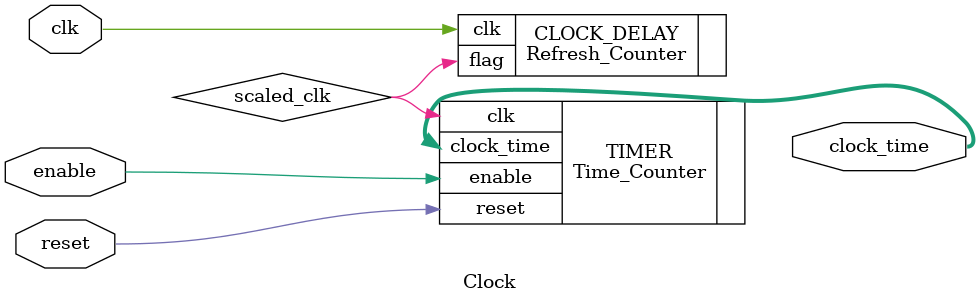
<source format=sv>
`timescale 1ns / 1ps


module Clock(
    input clk,
    input reset, 
    input enable,
    output [15:0] clock_time
);
    wire scaled_clk;
    Refresh_Counter #(.WL(27),.MAX(100000000-1)) CLOCK_DELAY (.clk(clk),.flag(scaled_clk));    
    Time_Counter TIMER (.clk(scaled_clk),.reset(reset),.enable(enable),.clock_time(clock_time));
endmodule

</source>
